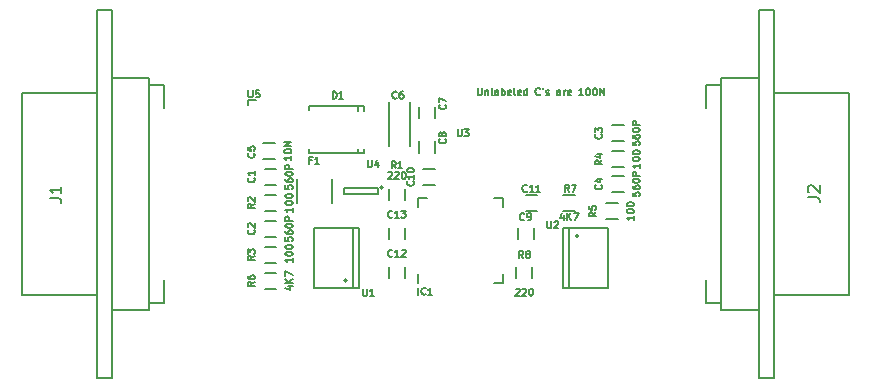
<source format=gto>
G04 #@! TF.FileFunction,Legend,Top*
%FSLAX46Y46*%
G04 Gerber Fmt 4.6, Leading zero omitted, Abs format (unit mm)*
G04 Created by KiCad (PCBNEW (2015-07-11 BZR 5925, Git c291b88)-product) date 8/6/2015 4:30:13 PM*
%MOMM*%
G01*
G04 APERTURE LIST*
%ADD10C,0.100000*%
%ADD11C,0.150000*%
G04 APERTURE END LIST*
D10*
D11*
X88657142Y-96871429D02*
X88657142Y-97357143D01*
X88685714Y-97414286D01*
X88714285Y-97442857D01*
X88771428Y-97471429D01*
X88885714Y-97471429D01*
X88942856Y-97442857D01*
X88971428Y-97414286D01*
X88999999Y-97357143D01*
X88999999Y-96871429D01*
X89285713Y-97071429D02*
X89285713Y-97471429D01*
X89285713Y-97128571D02*
X89314285Y-97100000D01*
X89371427Y-97071429D01*
X89457142Y-97071429D01*
X89514285Y-97100000D01*
X89542856Y-97157143D01*
X89542856Y-97471429D01*
X89914284Y-97471429D02*
X89857142Y-97442857D01*
X89828570Y-97385714D01*
X89828570Y-96871429D01*
X90399999Y-97471429D02*
X90399999Y-97157143D01*
X90371428Y-97100000D01*
X90314285Y-97071429D01*
X90199999Y-97071429D01*
X90142856Y-97100000D01*
X90399999Y-97442857D02*
X90342856Y-97471429D01*
X90199999Y-97471429D01*
X90142856Y-97442857D01*
X90114285Y-97385714D01*
X90114285Y-97328571D01*
X90142856Y-97271429D01*
X90199999Y-97242857D01*
X90342856Y-97242857D01*
X90399999Y-97214286D01*
X90685713Y-97471429D02*
X90685713Y-96871429D01*
X90685713Y-97100000D02*
X90742856Y-97071429D01*
X90857142Y-97071429D01*
X90914285Y-97100000D01*
X90942856Y-97128571D01*
X90971427Y-97185714D01*
X90971427Y-97357143D01*
X90942856Y-97414286D01*
X90914285Y-97442857D01*
X90857142Y-97471429D01*
X90742856Y-97471429D01*
X90685713Y-97442857D01*
X91457142Y-97442857D02*
X91399999Y-97471429D01*
X91285713Y-97471429D01*
X91228570Y-97442857D01*
X91199999Y-97385714D01*
X91199999Y-97157143D01*
X91228570Y-97100000D01*
X91285713Y-97071429D01*
X91399999Y-97071429D01*
X91457142Y-97100000D01*
X91485713Y-97157143D01*
X91485713Y-97214286D01*
X91199999Y-97271429D01*
X91828570Y-97471429D02*
X91771428Y-97442857D01*
X91742856Y-97385714D01*
X91742856Y-96871429D01*
X92285714Y-97442857D02*
X92228571Y-97471429D01*
X92114285Y-97471429D01*
X92057142Y-97442857D01*
X92028571Y-97385714D01*
X92028571Y-97157143D01*
X92057142Y-97100000D01*
X92114285Y-97071429D01*
X92228571Y-97071429D01*
X92285714Y-97100000D01*
X92314285Y-97157143D01*
X92314285Y-97214286D01*
X92028571Y-97271429D01*
X92828571Y-97471429D02*
X92828571Y-96871429D01*
X92828571Y-97442857D02*
X92771428Y-97471429D01*
X92657142Y-97471429D01*
X92600000Y-97442857D01*
X92571428Y-97414286D01*
X92542857Y-97357143D01*
X92542857Y-97185714D01*
X92571428Y-97128571D01*
X92600000Y-97100000D01*
X92657142Y-97071429D01*
X92771428Y-97071429D01*
X92828571Y-97100000D01*
X93914285Y-97414286D02*
X93885714Y-97442857D01*
X93800000Y-97471429D01*
X93742857Y-97471429D01*
X93657142Y-97442857D01*
X93600000Y-97385714D01*
X93571428Y-97328571D01*
X93542857Y-97214286D01*
X93542857Y-97128571D01*
X93571428Y-97014286D01*
X93600000Y-96957143D01*
X93657142Y-96900000D01*
X93742857Y-96871429D01*
X93800000Y-96871429D01*
X93885714Y-96900000D01*
X93914285Y-96928571D01*
X94200000Y-96871429D02*
X94142857Y-96985714D01*
X94428571Y-97442857D02*
X94485714Y-97471429D01*
X94599999Y-97471429D01*
X94657142Y-97442857D01*
X94685714Y-97385714D01*
X94685714Y-97357143D01*
X94657142Y-97300000D01*
X94599999Y-97271429D01*
X94514285Y-97271429D01*
X94457142Y-97242857D01*
X94428571Y-97185714D01*
X94428571Y-97157143D01*
X94457142Y-97100000D01*
X94514285Y-97071429D01*
X94599999Y-97071429D01*
X94657142Y-97100000D01*
X95657142Y-97471429D02*
X95657142Y-97157143D01*
X95628571Y-97100000D01*
X95571428Y-97071429D01*
X95457142Y-97071429D01*
X95399999Y-97100000D01*
X95657142Y-97442857D02*
X95599999Y-97471429D01*
X95457142Y-97471429D01*
X95399999Y-97442857D01*
X95371428Y-97385714D01*
X95371428Y-97328571D01*
X95399999Y-97271429D01*
X95457142Y-97242857D01*
X95599999Y-97242857D01*
X95657142Y-97214286D01*
X95942856Y-97471429D02*
X95942856Y-97071429D01*
X95942856Y-97185714D02*
X95971428Y-97128571D01*
X95999999Y-97100000D01*
X96057142Y-97071429D01*
X96114285Y-97071429D01*
X96542857Y-97442857D02*
X96485714Y-97471429D01*
X96371428Y-97471429D01*
X96314285Y-97442857D01*
X96285714Y-97385714D01*
X96285714Y-97157143D01*
X96314285Y-97100000D01*
X96371428Y-97071429D01*
X96485714Y-97071429D01*
X96542857Y-97100000D01*
X96571428Y-97157143D01*
X96571428Y-97214286D01*
X96285714Y-97271429D01*
X97600000Y-97471429D02*
X97257143Y-97471429D01*
X97428571Y-97471429D02*
X97428571Y-96871429D01*
X97371428Y-96957143D01*
X97314286Y-97014286D01*
X97257143Y-97042857D01*
X97971429Y-96871429D02*
X98028572Y-96871429D01*
X98085715Y-96900000D01*
X98114286Y-96928571D01*
X98142857Y-96985714D01*
X98171429Y-97100000D01*
X98171429Y-97242857D01*
X98142857Y-97357143D01*
X98114286Y-97414286D01*
X98085715Y-97442857D01*
X98028572Y-97471429D01*
X97971429Y-97471429D01*
X97914286Y-97442857D01*
X97885715Y-97414286D01*
X97857143Y-97357143D01*
X97828572Y-97242857D01*
X97828572Y-97100000D01*
X97857143Y-96985714D01*
X97885715Y-96928571D01*
X97914286Y-96900000D01*
X97971429Y-96871429D01*
X98542858Y-96871429D02*
X98600001Y-96871429D01*
X98657144Y-96900000D01*
X98685715Y-96928571D01*
X98714286Y-96985714D01*
X98742858Y-97100000D01*
X98742858Y-97242857D01*
X98714286Y-97357143D01*
X98685715Y-97414286D01*
X98657144Y-97442857D01*
X98600001Y-97471429D01*
X98542858Y-97471429D01*
X98485715Y-97442857D01*
X98457144Y-97414286D01*
X98428572Y-97357143D01*
X98400001Y-97242857D01*
X98400001Y-97100000D01*
X98428572Y-96985714D01*
X98457144Y-96928571D01*
X98485715Y-96900000D01*
X98542858Y-96871429D01*
X99000001Y-97471429D02*
X99000001Y-96871429D01*
X99342858Y-97471429D01*
X99342858Y-96871429D01*
X71600000Y-105075000D02*
X70600000Y-105075000D01*
X70600000Y-103725000D02*
X71600000Y-103725000D01*
X70600000Y-108125000D02*
X71600000Y-108125000D01*
X71600000Y-109475000D02*
X70600000Y-109475000D01*
X100000000Y-100025000D02*
X101000000Y-100025000D01*
X101000000Y-101375000D02*
X100000000Y-101375000D01*
X100000000Y-104325000D02*
X101000000Y-104325000D01*
X101000000Y-105675000D02*
X100000000Y-105675000D01*
X71500000Y-102875000D02*
X70500000Y-102875000D01*
X70500000Y-101525000D02*
X71500000Y-101525000D01*
X81110000Y-101770000D02*
X81110000Y-98070000D01*
X82910000Y-101770000D02*
X82910000Y-98070000D01*
X83715000Y-99460000D02*
X83715000Y-98460000D01*
X85065000Y-98460000D02*
X85065000Y-99460000D01*
X85065000Y-101360000D02*
X85065000Y-102360000D01*
X83715000Y-102360000D02*
X83715000Y-101360000D01*
X93375000Y-108700000D02*
X93375000Y-109700000D01*
X92025000Y-109700000D02*
X92025000Y-108700000D01*
X85000000Y-105075000D02*
X84000000Y-105075000D01*
X84000000Y-103725000D02*
X85000000Y-103725000D01*
X93700000Y-107275000D02*
X92700000Y-107275000D01*
X92700000Y-105925000D02*
X93700000Y-105925000D01*
X82475000Y-112000000D02*
X82475000Y-113000000D01*
X81125000Y-113000000D02*
X81125000Y-112000000D01*
X79006320Y-98600000D02*
X79006320Y-98799800D01*
X78549280Y-98650000D02*
X78549280Y-98799000D01*
X74403840Y-98600000D02*
X74403840Y-98749000D01*
X79001240Y-102200000D02*
X79001240Y-102051000D01*
X78549280Y-102200000D02*
X78549280Y-102051000D01*
X74398760Y-102200000D02*
X74398760Y-102051000D01*
X78549280Y-98451020D02*
X78549280Y-98649140D01*
X78549280Y-102398980D02*
X78549280Y-102200860D01*
X74403840Y-98403560D02*
X74403840Y-98601680D01*
X79006320Y-98403560D02*
X74403840Y-98403560D01*
X79006320Y-98403560D02*
X79006320Y-98601680D01*
X79001240Y-102398980D02*
X79001240Y-102200860D01*
X79001240Y-102398980D02*
X74398760Y-102398980D01*
X74398760Y-102398980D02*
X74398760Y-102200860D01*
X73325000Y-106600000D02*
X73325000Y-104600000D01*
X76275000Y-104600000D02*
X76275000Y-106600000D01*
X83575000Y-106175000D02*
X84350000Y-106175000D01*
X90825000Y-113425000D02*
X90050000Y-113425000D01*
X90825000Y-106175000D02*
X90050000Y-106175000D01*
X83575000Y-113425000D02*
X83575000Y-112650000D01*
X90825000Y-113425000D02*
X90825000Y-112650000D01*
X90825000Y-106175000D02*
X90825000Y-106950000D01*
X83575000Y-106175000D02*
X83575000Y-106950000D01*
X82475000Y-105400000D02*
X82475000Y-106400000D01*
X81125000Y-106400000D02*
X81125000Y-105400000D01*
X71600000Y-107275000D02*
X70600000Y-107275000D01*
X70600000Y-105925000D02*
X71600000Y-105925000D01*
X71600000Y-111675000D02*
X70600000Y-111675000D01*
X70600000Y-110325000D02*
X71600000Y-110325000D01*
X100000000Y-102225000D02*
X101000000Y-102225000D01*
X101000000Y-103575000D02*
X100000000Y-103575000D01*
X99500000Y-106625000D02*
X100500000Y-106625000D01*
X100500000Y-107975000D02*
X99500000Y-107975000D01*
X70600000Y-112525000D02*
X71600000Y-112525000D01*
X71600000Y-113875000D02*
X70600000Y-113875000D01*
X95900000Y-105925000D02*
X96900000Y-105925000D01*
X96900000Y-107275000D02*
X95900000Y-107275000D01*
X91925000Y-113000000D02*
X91925000Y-112000000D01*
X93275000Y-112000000D02*
X93275000Y-113000000D01*
X77589000Y-113205000D02*
G75*
G03X77589000Y-113205000I-127000J0D01*
G01*
X78097000Y-113840000D02*
X78097000Y-108760000D01*
X74795000Y-113840000D02*
X74795000Y-108760000D01*
X78605000Y-113840000D02*
X78605000Y-108760000D01*
X78605000Y-113840000D02*
X74795000Y-113840000D01*
X78605000Y-108760000D02*
X74795000Y-108760000D01*
X97165000Y-109395000D02*
G75*
G03X97165000Y-109395000I-127000J0D01*
G01*
X96403000Y-108760000D02*
X96403000Y-113840000D01*
X99705000Y-108760000D02*
X99705000Y-113840000D01*
X95895000Y-108760000D02*
X95895000Y-113840000D01*
X95895000Y-108760000D02*
X99705000Y-108760000D01*
X95895000Y-113840000D02*
X99705000Y-113840000D01*
X80600000Y-105300000D02*
G75*
G03X80600000Y-105300000I-100000J0D01*
G01*
X80250000Y-105850000D02*
X80250000Y-105350000D01*
X77350000Y-105850000D02*
X80250000Y-105850000D01*
X77350000Y-105350000D02*
X77350000Y-105850000D01*
X80250000Y-105350000D02*
X77350000Y-105350000D01*
X69839220Y-97869040D02*
X69229620Y-97869040D01*
X69229620Y-97869040D02*
X69219460Y-98300840D01*
X81125000Y-109700000D02*
X81125000Y-108700000D01*
X82475000Y-108700000D02*
X82475000Y-109700000D01*
X50035000Y-114409000D02*
X50035000Y-97264000D01*
X60830000Y-96629000D02*
X60830000Y-115044000D01*
X60830000Y-95994000D02*
X60830000Y-96629000D01*
X57655000Y-95994000D02*
X57655000Y-115679000D01*
X57655000Y-90279000D02*
X57655000Y-95994000D01*
X56385000Y-121394000D02*
X56385000Y-90279000D01*
X56385000Y-97264000D02*
X50035000Y-97264000D01*
X57655000Y-90279000D02*
X56385000Y-90279000D01*
X60830000Y-95994000D02*
X57655000Y-95994000D01*
X62100000Y-98534000D02*
X62100000Y-96629000D01*
X62100000Y-96629000D02*
X60830000Y-96629000D01*
X56385000Y-114409000D02*
X50035000Y-114409000D01*
X57655000Y-115679000D02*
X57655000Y-121394000D01*
X57655000Y-121394000D02*
X56385000Y-121394000D01*
X60830000Y-115044000D02*
X60830000Y-115679000D01*
X60830000Y-115679000D02*
X57655000Y-115679000D01*
X62100000Y-113139000D02*
X62100000Y-115044000D01*
X62100000Y-115044000D02*
X60830000Y-115044000D01*
X120065000Y-97291000D02*
X120065000Y-114436000D01*
X109270000Y-115071000D02*
X109270000Y-96656000D01*
X109270000Y-115706000D02*
X109270000Y-115071000D01*
X112445000Y-115706000D02*
X112445000Y-96021000D01*
X112445000Y-121421000D02*
X112445000Y-115706000D01*
X113715000Y-90306000D02*
X113715000Y-121421000D01*
X113715000Y-114436000D02*
X120065000Y-114436000D01*
X112445000Y-121421000D02*
X113715000Y-121421000D01*
X109270000Y-115706000D02*
X112445000Y-115706000D01*
X108000000Y-113166000D02*
X108000000Y-115071000D01*
X108000000Y-115071000D02*
X109270000Y-115071000D01*
X113715000Y-97291000D02*
X120065000Y-97291000D01*
X112445000Y-96021000D02*
X112445000Y-90306000D01*
X112445000Y-90306000D02*
X113715000Y-90306000D01*
X109270000Y-96656000D02*
X109270000Y-96021000D01*
X109270000Y-96021000D02*
X112445000Y-96021000D01*
X108000000Y-98561000D02*
X108000000Y-96656000D01*
X108000000Y-96656000D02*
X109270000Y-96656000D01*
X69714286Y-104500000D02*
X69742857Y-104528571D01*
X69771429Y-104614285D01*
X69771429Y-104671428D01*
X69742857Y-104757143D01*
X69685714Y-104814285D01*
X69628571Y-104842857D01*
X69514286Y-104871428D01*
X69428571Y-104871428D01*
X69314286Y-104842857D01*
X69257143Y-104814285D01*
X69200000Y-104757143D01*
X69171429Y-104671428D01*
X69171429Y-104614285D01*
X69200000Y-104528571D01*
X69228571Y-104500000D01*
X69771429Y-103928571D02*
X69771429Y-104271428D01*
X69771429Y-104100000D02*
X69171429Y-104100000D01*
X69257143Y-104157143D01*
X69314286Y-104214285D01*
X69342857Y-104271428D01*
X72371429Y-105128572D02*
X72371429Y-105414286D01*
X72657143Y-105442857D01*
X72628571Y-105414286D01*
X72600000Y-105357143D01*
X72600000Y-105214286D01*
X72628571Y-105157143D01*
X72657143Y-105128572D01*
X72714286Y-105100000D01*
X72857143Y-105100000D01*
X72914286Y-105128572D01*
X72942857Y-105157143D01*
X72971429Y-105214286D01*
X72971429Y-105357143D01*
X72942857Y-105414286D01*
X72914286Y-105442857D01*
X72371429Y-104585714D02*
X72371429Y-104700000D01*
X72400000Y-104757143D01*
X72428571Y-104785714D01*
X72514286Y-104842857D01*
X72628571Y-104871428D01*
X72857143Y-104871428D01*
X72914286Y-104842857D01*
X72942857Y-104814285D01*
X72971429Y-104757143D01*
X72971429Y-104642857D01*
X72942857Y-104585714D01*
X72914286Y-104557143D01*
X72857143Y-104528571D01*
X72714286Y-104528571D01*
X72657143Y-104557143D01*
X72628571Y-104585714D01*
X72600000Y-104642857D01*
X72600000Y-104757143D01*
X72628571Y-104814285D01*
X72657143Y-104842857D01*
X72714286Y-104871428D01*
X72371429Y-104157142D02*
X72371429Y-104099999D01*
X72400000Y-104042856D01*
X72428571Y-104014285D01*
X72485714Y-103985714D01*
X72600000Y-103957142D01*
X72742857Y-103957142D01*
X72857143Y-103985714D01*
X72914286Y-104014285D01*
X72942857Y-104042856D01*
X72971429Y-104099999D01*
X72971429Y-104157142D01*
X72942857Y-104214285D01*
X72914286Y-104242856D01*
X72857143Y-104271428D01*
X72742857Y-104299999D01*
X72600000Y-104299999D01*
X72485714Y-104271428D01*
X72428571Y-104242856D01*
X72400000Y-104214285D01*
X72371429Y-104157142D01*
X72971429Y-103699999D02*
X72371429Y-103699999D01*
X72371429Y-103471427D01*
X72400000Y-103414285D01*
X72428571Y-103385713D01*
X72485714Y-103357142D01*
X72571429Y-103357142D01*
X72628571Y-103385713D01*
X72657143Y-103414285D01*
X72685714Y-103471427D01*
X72685714Y-103699999D01*
X69714286Y-108900000D02*
X69742857Y-108928571D01*
X69771429Y-109014285D01*
X69771429Y-109071428D01*
X69742857Y-109157143D01*
X69685714Y-109214285D01*
X69628571Y-109242857D01*
X69514286Y-109271428D01*
X69428571Y-109271428D01*
X69314286Y-109242857D01*
X69257143Y-109214285D01*
X69200000Y-109157143D01*
X69171429Y-109071428D01*
X69171429Y-109014285D01*
X69200000Y-108928571D01*
X69228571Y-108900000D01*
X69228571Y-108671428D02*
X69200000Y-108642857D01*
X69171429Y-108585714D01*
X69171429Y-108442857D01*
X69200000Y-108385714D01*
X69228571Y-108357143D01*
X69285714Y-108328571D01*
X69342857Y-108328571D01*
X69428571Y-108357143D01*
X69771429Y-108700000D01*
X69771429Y-108328571D01*
X72371429Y-109528572D02*
X72371429Y-109814286D01*
X72657143Y-109842857D01*
X72628571Y-109814286D01*
X72600000Y-109757143D01*
X72600000Y-109614286D01*
X72628571Y-109557143D01*
X72657143Y-109528572D01*
X72714286Y-109500000D01*
X72857143Y-109500000D01*
X72914286Y-109528572D01*
X72942857Y-109557143D01*
X72971429Y-109614286D01*
X72971429Y-109757143D01*
X72942857Y-109814286D01*
X72914286Y-109842857D01*
X72371429Y-108985714D02*
X72371429Y-109100000D01*
X72400000Y-109157143D01*
X72428571Y-109185714D01*
X72514286Y-109242857D01*
X72628571Y-109271428D01*
X72857143Y-109271428D01*
X72914286Y-109242857D01*
X72942857Y-109214285D01*
X72971429Y-109157143D01*
X72971429Y-109042857D01*
X72942857Y-108985714D01*
X72914286Y-108957143D01*
X72857143Y-108928571D01*
X72714286Y-108928571D01*
X72657143Y-108957143D01*
X72628571Y-108985714D01*
X72600000Y-109042857D01*
X72600000Y-109157143D01*
X72628571Y-109214285D01*
X72657143Y-109242857D01*
X72714286Y-109271428D01*
X72371429Y-108557142D02*
X72371429Y-108499999D01*
X72400000Y-108442856D01*
X72428571Y-108414285D01*
X72485714Y-108385714D01*
X72600000Y-108357142D01*
X72742857Y-108357142D01*
X72857143Y-108385714D01*
X72914286Y-108414285D01*
X72942857Y-108442856D01*
X72971429Y-108499999D01*
X72971429Y-108557142D01*
X72942857Y-108614285D01*
X72914286Y-108642856D01*
X72857143Y-108671428D01*
X72742857Y-108699999D01*
X72600000Y-108699999D01*
X72485714Y-108671428D01*
X72428571Y-108642856D01*
X72400000Y-108614285D01*
X72371429Y-108557142D01*
X72971429Y-108099999D02*
X72371429Y-108099999D01*
X72371429Y-107871427D01*
X72400000Y-107814285D01*
X72428571Y-107785713D01*
X72485714Y-107757142D01*
X72571429Y-107757142D01*
X72628571Y-107785713D01*
X72657143Y-107814285D01*
X72685714Y-107871427D01*
X72685714Y-108099999D01*
X99114286Y-100800000D02*
X99142857Y-100828571D01*
X99171429Y-100914285D01*
X99171429Y-100971428D01*
X99142857Y-101057143D01*
X99085714Y-101114285D01*
X99028571Y-101142857D01*
X98914286Y-101171428D01*
X98828571Y-101171428D01*
X98714286Y-101142857D01*
X98657143Y-101114285D01*
X98600000Y-101057143D01*
X98571429Y-100971428D01*
X98571429Y-100914285D01*
X98600000Y-100828571D01*
X98628571Y-100800000D01*
X98571429Y-100600000D02*
X98571429Y-100228571D01*
X98800000Y-100428571D01*
X98800000Y-100342857D01*
X98828571Y-100285714D01*
X98857143Y-100257143D01*
X98914286Y-100228571D01*
X99057143Y-100228571D01*
X99114286Y-100257143D01*
X99142857Y-100285714D01*
X99171429Y-100342857D01*
X99171429Y-100514285D01*
X99142857Y-100571428D01*
X99114286Y-100600000D01*
X101771429Y-101428572D02*
X101771429Y-101714286D01*
X102057143Y-101742857D01*
X102028571Y-101714286D01*
X102000000Y-101657143D01*
X102000000Y-101514286D01*
X102028571Y-101457143D01*
X102057143Y-101428572D01*
X102114286Y-101400000D01*
X102257143Y-101400000D01*
X102314286Y-101428572D01*
X102342857Y-101457143D01*
X102371429Y-101514286D01*
X102371429Y-101657143D01*
X102342857Y-101714286D01*
X102314286Y-101742857D01*
X101771429Y-100885714D02*
X101771429Y-101000000D01*
X101800000Y-101057143D01*
X101828571Y-101085714D01*
X101914286Y-101142857D01*
X102028571Y-101171428D01*
X102257143Y-101171428D01*
X102314286Y-101142857D01*
X102342857Y-101114285D01*
X102371429Y-101057143D01*
X102371429Y-100942857D01*
X102342857Y-100885714D01*
X102314286Y-100857143D01*
X102257143Y-100828571D01*
X102114286Y-100828571D01*
X102057143Y-100857143D01*
X102028571Y-100885714D01*
X102000000Y-100942857D01*
X102000000Y-101057143D01*
X102028571Y-101114285D01*
X102057143Y-101142857D01*
X102114286Y-101171428D01*
X101771429Y-100457142D02*
X101771429Y-100399999D01*
X101800000Y-100342856D01*
X101828571Y-100314285D01*
X101885714Y-100285714D01*
X102000000Y-100257142D01*
X102142857Y-100257142D01*
X102257143Y-100285714D01*
X102314286Y-100314285D01*
X102342857Y-100342856D01*
X102371429Y-100399999D01*
X102371429Y-100457142D01*
X102342857Y-100514285D01*
X102314286Y-100542856D01*
X102257143Y-100571428D01*
X102142857Y-100599999D01*
X102000000Y-100599999D01*
X101885714Y-100571428D01*
X101828571Y-100542856D01*
X101800000Y-100514285D01*
X101771429Y-100457142D01*
X102371429Y-99999999D02*
X101771429Y-99999999D01*
X101771429Y-99771427D01*
X101800000Y-99714285D01*
X101828571Y-99685713D01*
X101885714Y-99657142D01*
X101971429Y-99657142D01*
X102028571Y-99685713D01*
X102057143Y-99714285D01*
X102085714Y-99771427D01*
X102085714Y-99999999D01*
X99114286Y-105100000D02*
X99142857Y-105128571D01*
X99171429Y-105214285D01*
X99171429Y-105271428D01*
X99142857Y-105357143D01*
X99085714Y-105414285D01*
X99028571Y-105442857D01*
X98914286Y-105471428D01*
X98828571Y-105471428D01*
X98714286Y-105442857D01*
X98657143Y-105414285D01*
X98600000Y-105357143D01*
X98571429Y-105271428D01*
X98571429Y-105214285D01*
X98600000Y-105128571D01*
X98628571Y-105100000D01*
X98771429Y-104585714D02*
X99171429Y-104585714D01*
X98542857Y-104728571D02*
X98971429Y-104871428D01*
X98971429Y-104500000D01*
X101771429Y-105728572D02*
X101771429Y-106014286D01*
X102057143Y-106042857D01*
X102028571Y-106014286D01*
X102000000Y-105957143D01*
X102000000Y-105814286D01*
X102028571Y-105757143D01*
X102057143Y-105728572D01*
X102114286Y-105700000D01*
X102257143Y-105700000D01*
X102314286Y-105728572D01*
X102342857Y-105757143D01*
X102371429Y-105814286D01*
X102371429Y-105957143D01*
X102342857Y-106014286D01*
X102314286Y-106042857D01*
X101771429Y-105185714D02*
X101771429Y-105300000D01*
X101800000Y-105357143D01*
X101828571Y-105385714D01*
X101914286Y-105442857D01*
X102028571Y-105471428D01*
X102257143Y-105471428D01*
X102314286Y-105442857D01*
X102342857Y-105414285D01*
X102371429Y-105357143D01*
X102371429Y-105242857D01*
X102342857Y-105185714D01*
X102314286Y-105157143D01*
X102257143Y-105128571D01*
X102114286Y-105128571D01*
X102057143Y-105157143D01*
X102028571Y-105185714D01*
X102000000Y-105242857D01*
X102000000Y-105357143D01*
X102028571Y-105414285D01*
X102057143Y-105442857D01*
X102114286Y-105471428D01*
X101771429Y-104757142D02*
X101771429Y-104699999D01*
X101800000Y-104642856D01*
X101828571Y-104614285D01*
X101885714Y-104585714D01*
X102000000Y-104557142D01*
X102142857Y-104557142D01*
X102257143Y-104585714D01*
X102314286Y-104614285D01*
X102342857Y-104642856D01*
X102371429Y-104699999D01*
X102371429Y-104757142D01*
X102342857Y-104814285D01*
X102314286Y-104842856D01*
X102257143Y-104871428D01*
X102142857Y-104899999D01*
X102000000Y-104899999D01*
X101885714Y-104871428D01*
X101828571Y-104842856D01*
X101800000Y-104814285D01*
X101771429Y-104757142D01*
X102371429Y-104299999D02*
X101771429Y-104299999D01*
X101771429Y-104071427D01*
X101800000Y-104014285D01*
X101828571Y-103985713D01*
X101885714Y-103957142D01*
X101971429Y-103957142D01*
X102028571Y-103985713D01*
X102057143Y-104014285D01*
X102085714Y-104071427D01*
X102085714Y-104299999D01*
X69714286Y-102400000D02*
X69742857Y-102428571D01*
X69771429Y-102514285D01*
X69771429Y-102571428D01*
X69742857Y-102657143D01*
X69685714Y-102714285D01*
X69628571Y-102742857D01*
X69514286Y-102771428D01*
X69428571Y-102771428D01*
X69314286Y-102742857D01*
X69257143Y-102714285D01*
X69200000Y-102657143D01*
X69171429Y-102571428D01*
X69171429Y-102514285D01*
X69200000Y-102428571D01*
X69228571Y-102400000D01*
X69171429Y-101857143D02*
X69171429Y-102142857D01*
X69457143Y-102171428D01*
X69428571Y-102142857D01*
X69400000Y-102085714D01*
X69400000Y-101942857D01*
X69428571Y-101885714D01*
X69457143Y-101857143D01*
X69514286Y-101828571D01*
X69657143Y-101828571D01*
X69714286Y-101857143D01*
X69742857Y-101885714D01*
X69771429Y-101942857D01*
X69771429Y-102085714D01*
X69742857Y-102142857D01*
X69714286Y-102171428D01*
X72871429Y-102628571D02*
X72871429Y-102971428D01*
X72871429Y-102800000D02*
X72271429Y-102800000D01*
X72357143Y-102857143D01*
X72414286Y-102914285D01*
X72442857Y-102971428D01*
X72271429Y-102257142D02*
X72271429Y-102199999D01*
X72300000Y-102142856D01*
X72328571Y-102114285D01*
X72385714Y-102085714D01*
X72500000Y-102057142D01*
X72642857Y-102057142D01*
X72757143Y-102085714D01*
X72814286Y-102114285D01*
X72842857Y-102142856D01*
X72871429Y-102199999D01*
X72871429Y-102257142D01*
X72842857Y-102314285D01*
X72814286Y-102342856D01*
X72757143Y-102371428D01*
X72642857Y-102399999D01*
X72500000Y-102399999D01*
X72385714Y-102371428D01*
X72328571Y-102342856D01*
X72300000Y-102314285D01*
X72271429Y-102257142D01*
X72871429Y-101799999D02*
X72271429Y-101799999D01*
X72871429Y-101457142D01*
X72271429Y-101457142D01*
X81800000Y-97714286D02*
X81771429Y-97742857D01*
X81685715Y-97771429D01*
X81628572Y-97771429D01*
X81542857Y-97742857D01*
X81485715Y-97685714D01*
X81457143Y-97628571D01*
X81428572Y-97514286D01*
X81428572Y-97428571D01*
X81457143Y-97314286D01*
X81485715Y-97257143D01*
X81542857Y-97200000D01*
X81628572Y-97171429D01*
X81685715Y-97171429D01*
X81771429Y-97200000D01*
X81800000Y-97228571D01*
X82314286Y-97171429D02*
X82200000Y-97171429D01*
X82142857Y-97200000D01*
X82114286Y-97228571D01*
X82057143Y-97314286D01*
X82028572Y-97428571D01*
X82028572Y-97657143D01*
X82057143Y-97714286D01*
X82085715Y-97742857D01*
X82142857Y-97771429D01*
X82257143Y-97771429D01*
X82314286Y-97742857D01*
X82342857Y-97714286D01*
X82371429Y-97657143D01*
X82371429Y-97514286D01*
X82342857Y-97457143D01*
X82314286Y-97428571D01*
X82257143Y-97400000D01*
X82142857Y-97400000D01*
X82085715Y-97428571D01*
X82057143Y-97457143D01*
X82028572Y-97514286D01*
X85914286Y-98300000D02*
X85942857Y-98328571D01*
X85971429Y-98414285D01*
X85971429Y-98471428D01*
X85942857Y-98557143D01*
X85885714Y-98614285D01*
X85828571Y-98642857D01*
X85714286Y-98671428D01*
X85628571Y-98671428D01*
X85514286Y-98642857D01*
X85457143Y-98614285D01*
X85400000Y-98557143D01*
X85371429Y-98471428D01*
X85371429Y-98414285D01*
X85400000Y-98328571D01*
X85428571Y-98300000D01*
X85371429Y-98100000D02*
X85371429Y-97700000D01*
X85971429Y-97957143D01*
X85914286Y-101200000D02*
X85942857Y-101228571D01*
X85971429Y-101314285D01*
X85971429Y-101371428D01*
X85942857Y-101457143D01*
X85885714Y-101514285D01*
X85828571Y-101542857D01*
X85714286Y-101571428D01*
X85628571Y-101571428D01*
X85514286Y-101542857D01*
X85457143Y-101514285D01*
X85400000Y-101457143D01*
X85371429Y-101371428D01*
X85371429Y-101314285D01*
X85400000Y-101228571D01*
X85428571Y-101200000D01*
X85628571Y-100857143D02*
X85600000Y-100914285D01*
X85571429Y-100942857D01*
X85514286Y-100971428D01*
X85485714Y-100971428D01*
X85428571Y-100942857D01*
X85400000Y-100914285D01*
X85371429Y-100857143D01*
X85371429Y-100742857D01*
X85400000Y-100685714D01*
X85428571Y-100657143D01*
X85485714Y-100628571D01*
X85514286Y-100628571D01*
X85571429Y-100657143D01*
X85600000Y-100685714D01*
X85628571Y-100742857D01*
X85628571Y-100857143D01*
X85657143Y-100914285D01*
X85685714Y-100942857D01*
X85742857Y-100971428D01*
X85857143Y-100971428D01*
X85914286Y-100942857D01*
X85942857Y-100914285D01*
X85971429Y-100857143D01*
X85971429Y-100742857D01*
X85942857Y-100685714D01*
X85914286Y-100657143D01*
X85857143Y-100628571D01*
X85742857Y-100628571D01*
X85685714Y-100657143D01*
X85657143Y-100685714D01*
X85628571Y-100742857D01*
X92600000Y-108014286D02*
X92571429Y-108042857D01*
X92485715Y-108071429D01*
X92428572Y-108071429D01*
X92342857Y-108042857D01*
X92285715Y-107985714D01*
X92257143Y-107928571D01*
X92228572Y-107814286D01*
X92228572Y-107728571D01*
X92257143Y-107614286D01*
X92285715Y-107557143D01*
X92342857Y-107500000D01*
X92428572Y-107471429D01*
X92485715Y-107471429D01*
X92571429Y-107500000D01*
X92600000Y-107528571D01*
X92885715Y-108071429D02*
X93000000Y-108071429D01*
X93057143Y-108042857D01*
X93085715Y-108014286D01*
X93142857Y-107928571D01*
X93171429Y-107814286D01*
X93171429Y-107585714D01*
X93142857Y-107528571D01*
X93114286Y-107500000D01*
X93057143Y-107471429D01*
X92942857Y-107471429D01*
X92885715Y-107500000D01*
X92857143Y-107528571D01*
X92828572Y-107585714D01*
X92828572Y-107728571D01*
X92857143Y-107785714D01*
X92885715Y-107814286D01*
X92942857Y-107842857D01*
X93057143Y-107842857D01*
X93114286Y-107814286D01*
X93142857Y-107785714D01*
X93171429Y-107728571D01*
X83214286Y-104785715D02*
X83242857Y-104814286D01*
X83271429Y-104900000D01*
X83271429Y-104957143D01*
X83242857Y-105042858D01*
X83185714Y-105100000D01*
X83128571Y-105128572D01*
X83014286Y-105157143D01*
X82928571Y-105157143D01*
X82814286Y-105128572D01*
X82757143Y-105100000D01*
X82700000Y-105042858D01*
X82671429Y-104957143D01*
X82671429Y-104900000D01*
X82700000Y-104814286D01*
X82728571Y-104785715D01*
X83271429Y-104214286D02*
X83271429Y-104557143D01*
X83271429Y-104385715D02*
X82671429Y-104385715D01*
X82757143Y-104442858D01*
X82814286Y-104500000D01*
X82842857Y-104557143D01*
X82671429Y-103842857D02*
X82671429Y-103785714D01*
X82700000Y-103728571D01*
X82728571Y-103700000D01*
X82785714Y-103671429D01*
X82900000Y-103642857D01*
X83042857Y-103642857D01*
X83157143Y-103671429D01*
X83214286Y-103700000D01*
X83242857Y-103728571D01*
X83271429Y-103785714D01*
X83271429Y-103842857D01*
X83242857Y-103900000D01*
X83214286Y-103928571D01*
X83157143Y-103957143D01*
X83042857Y-103985714D01*
X82900000Y-103985714D01*
X82785714Y-103957143D01*
X82728571Y-103928571D01*
X82700000Y-103900000D01*
X82671429Y-103842857D01*
X92814285Y-105614286D02*
X92785714Y-105642857D01*
X92700000Y-105671429D01*
X92642857Y-105671429D01*
X92557142Y-105642857D01*
X92500000Y-105585714D01*
X92471428Y-105528571D01*
X92442857Y-105414286D01*
X92442857Y-105328571D01*
X92471428Y-105214286D01*
X92500000Y-105157143D01*
X92557142Y-105100000D01*
X92642857Y-105071429D01*
X92700000Y-105071429D01*
X92785714Y-105100000D01*
X92814285Y-105128571D01*
X93385714Y-105671429D02*
X93042857Y-105671429D01*
X93214285Y-105671429D02*
X93214285Y-105071429D01*
X93157142Y-105157143D01*
X93100000Y-105214286D01*
X93042857Y-105242857D01*
X93957143Y-105671429D02*
X93614286Y-105671429D01*
X93785714Y-105671429D02*
X93785714Y-105071429D01*
X93728571Y-105157143D01*
X93671429Y-105214286D01*
X93614286Y-105242857D01*
X81414285Y-111114286D02*
X81385714Y-111142857D01*
X81300000Y-111171429D01*
X81242857Y-111171429D01*
X81157142Y-111142857D01*
X81100000Y-111085714D01*
X81071428Y-111028571D01*
X81042857Y-110914286D01*
X81042857Y-110828571D01*
X81071428Y-110714286D01*
X81100000Y-110657143D01*
X81157142Y-110600000D01*
X81242857Y-110571429D01*
X81300000Y-110571429D01*
X81385714Y-110600000D01*
X81414285Y-110628571D01*
X81985714Y-111171429D02*
X81642857Y-111171429D01*
X81814285Y-111171429D02*
X81814285Y-110571429D01*
X81757142Y-110657143D01*
X81700000Y-110714286D01*
X81642857Y-110742857D01*
X82214286Y-110628571D02*
X82242857Y-110600000D01*
X82300000Y-110571429D01*
X82442857Y-110571429D01*
X82500000Y-110600000D01*
X82528571Y-110628571D01*
X82557143Y-110685714D01*
X82557143Y-110742857D01*
X82528571Y-110828571D01*
X82185714Y-111171429D01*
X82557143Y-111171429D01*
X76357143Y-97771429D02*
X76357143Y-97171429D01*
X76500000Y-97171429D01*
X76585715Y-97200000D01*
X76642857Y-97257143D01*
X76671429Y-97314286D01*
X76700000Y-97428571D01*
X76700000Y-97514286D01*
X76671429Y-97628571D01*
X76642857Y-97685714D01*
X76585715Y-97742857D01*
X76500000Y-97771429D01*
X76357143Y-97771429D01*
X77271429Y-97771429D02*
X76928572Y-97771429D01*
X77100000Y-97771429D02*
X77100000Y-97171429D01*
X77042857Y-97257143D01*
X76985715Y-97314286D01*
X76928572Y-97342857D01*
X74600000Y-103017143D02*
X74400000Y-103017143D01*
X74400000Y-103331429D02*
X74400000Y-102731429D01*
X74685714Y-102731429D01*
X75228572Y-103331429D02*
X74885715Y-103331429D01*
X75057143Y-103331429D02*
X75057143Y-102731429D01*
X75000000Y-102817143D01*
X74942858Y-102874286D01*
X74885715Y-102902857D01*
X83614286Y-114371429D02*
X83614286Y-113771429D01*
X84242857Y-114314286D02*
X84214286Y-114342857D01*
X84128572Y-114371429D01*
X84071429Y-114371429D01*
X83985714Y-114342857D01*
X83928572Y-114285714D01*
X83900000Y-114228571D01*
X83871429Y-114114286D01*
X83871429Y-114028571D01*
X83900000Y-113914286D01*
X83928572Y-113857143D01*
X83985714Y-113800000D01*
X84071429Y-113771429D01*
X84128572Y-113771429D01*
X84214286Y-113800000D01*
X84242857Y-113828571D01*
X84814286Y-114371429D02*
X84471429Y-114371429D01*
X84642857Y-114371429D02*
X84642857Y-113771429D01*
X84585714Y-113857143D01*
X84528572Y-113914286D01*
X84471429Y-113942857D01*
X81700000Y-103671429D02*
X81500000Y-103385714D01*
X81357143Y-103671429D02*
X81357143Y-103071429D01*
X81585715Y-103071429D01*
X81642857Y-103100000D01*
X81671429Y-103128571D01*
X81700000Y-103185714D01*
X81700000Y-103271429D01*
X81671429Y-103328571D01*
X81642857Y-103357143D01*
X81585715Y-103385714D01*
X81357143Y-103385714D01*
X82271429Y-103671429D02*
X81928572Y-103671429D01*
X82100000Y-103671429D02*
X82100000Y-103071429D01*
X82042857Y-103157143D01*
X81985715Y-103214286D01*
X81928572Y-103242857D01*
X81057143Y-104028571D02*
X81085714Y-104000000D01*
X81142857Y-103971429D01*
X81285714Y-103971429D01*
X81342857Y-104000000D01*
X81371428Y-104028571D01*
X81400000Y-104085714D01*
X81400000Y-104142857D01*
X81371428Y-104228571D01*
X81028571Y-104571429D01*
X81400000Y-104571429D01*
X81628572Y-104028571D02*
X81657143Y-104000000D01*
X81714286Y-103971429D01*
X81857143Y-103971429D01*
X81914286Y-104000000D01*
X81942857Y-104028571D01*
X81971429Y-104085714D01*
X81971429Y-104142857D01*
X81942857Y-104228571D01*
X81600000Y-104571429D01*
X81971429Y-104571429D01*
X82342858Y-103971429D02*
X82400001Y-103971429D01*
X82457144Y-104000000D01*
X82485715Y-104028571D01*
X82514286Y-104085714D01*
X82542858Y-104200000D01*
X82542858Y-104342857D01*
X82514286Y-104457143D01*
X82485715Y-104514286D01*
X82457144Y-104542857D01*
X82400001Y-104571429D01*
X82342858Y-104571429D01*
X82285715Y-104542857D01*
X82257144Y-104514286D01*
X82228572Y-104457143D01*
X82200001Y-104342857D01*
X82200001Y-104200000D01*
X82228572Y-104085714D01*
X82257144Y-104028571D01*
X82285715Y-104000000D01*
X82342858Y-103971429D01*
X69771429Y-106700000D02*
X69485714Y-106900000D01*
X69771429Y-107042857D02*
X69171429Y-107042857D01*
X69171429Y-106814285D01*
X69200000Y-106757143D01*
X69228571Y-106728571D01*
X69285714Y-106700000D01*
X69371429Y-106700000D01*
X69428571Y-106728571D01*
X69457143Y-106757143D01*
X69485714Y-106814285D01*
X69485714Y-107042857D01*
X69228571Y-106471428D02*
X69200000Y-106442857D01*
X69171429Y-106385714D01*
X69171429Y-106242857D01*
X69200000Y-106185714D01*
X69228571Y-106157143D01*
X69285714Y-106128571D01*
X69342857Y-106128571D01*
X69428571Y-106157143D01*
X69771429Y-106500000D01*
X69771429Y-106128571D01*
X72971429Y-107000000D02*
X72971429Y-107342857D01*
X72971429Y-107171429D02*
X72371429Y-107171429D01*
X72457143Y-107228572D01*
X72514286Y-107285714D01*
X72542857Y-107342857D01*
X72371429Y-106628571D02*
X72371429Y-106571428D01*
X72400000Y-106514285D01*
X72428571Y-106485714D01*
X72485714Y-106457143D01*
X72600000Y-106428571D01*
X72742857Y-106428571D01*
X72857143Y-106457143D01*
X72914286Y-106485714D01*
X72942857Y-106514285D01*
X72971429Y-106571428D01*
X72971429Y-106628571D01*
X72942857Y-106685714D01*
X72914286Y-106714285D01*
X72857143Y-106742857D01*
X72742857Y-106771428D01*
X72600000Y-106771428D01*
X72485714Y-106742857D01*
X72428571Y-106714285D01*
X72400000Y-106685714D01*
X72371429Y-106628571D01*
X72371429Y-106057142D02*
X72371429Y-105999999D01*
X72400000Y-105942856D01*
X72428571Y-105914285D01*
X72485714Y-105885714D01*
X72600000Y-105857142D01*
X72742857Y-105857142D01*
X72857143Y-105885714D01*
X72914286Y-105914285D01*
X72942857Y-105942856D01*
X72971429Y-105999999D01*
X72971429Y-106057142D01*
X72942857Y-106114285D01*
X72914286Y-106142856D01*
X72857143Y-106171428D01*
X72742857Y-106199999D01*
X72600000Y-106199999D01*
X72485714Y-106171428D01*
X72428571Y-106142856D01*
X72400000Y-106114285D01*
X72371429Y-106057142D01*
X69771429Y-111100000D02*
X69485714Y-111300000D01*
X69771429Y-111442857D02*
X69171429Y-111442857D01*
X69171429Y-111214285D01*
X69200000Y-111157143D01*
X69228571Y-111128571D01*
X69285714Y-111100000D01*
X69371429Y-111100000D01*
X69428571Y-111128571D01*
X69457143Y-111157143D01*
X69485714Y-111214285D01*
X69485714Y-111442857D01*
X69171429Y-110900000D02*
X69171429Y-110528571D01*
X69400000Y-110728571D01*
X69400000Y-110642857D01*
X69428571Y-110585714D01*
X69457143Y-110557143D01*
X69514286Y-110528571D01*
X69657143Y-110528571D01*
X69714286Y-110557143D01*
X69742857Y-110585714D01*
X69771429Y-110642857D01*
X69771429Y-110814285D01*
X69742857Y-110871428D01*
X69714286Y-110900000D01*
X72971429Y-111300000D02*
X72971429Y-111642857D01*
X72971429Y-111471429D02*
X72371429Y-111471429D01*
X72457143Y-111528572D01*
X72514286Y-111585714D01*
X72542857Y-111642857D01*
X72371429Y-110928571D02*
X72371429Y-110871428D01*
X72400000Y-110814285D01*
X72428571Y-110785714D01*
X72485714Y-110757143D01*
X72600000Y-110728571D01*
X72742857Y-110728571D01*
X72857143Y-110757143D01*
X72914286Y-110785714D01*
X72942857Y-110814285D01*
X72971429Y-110871428D01*
X72971429Y-110928571D01*
X72942857Y-110985714D01*
X72914286Y-111014285D01*
X72857143Y-111042857D01*
X72742857Y-111071428D01*
X72600000Y-111071428D01*
X72485714Y-111042857D01*
X72428571Y-111014285D01*
X72400000Y-110985714D01*
X72371429Y-110928571D01*
X72371429Y-110357142D02*
X72371429Y-110299999D01*
X72400000Y-110242856D01*
X72428571Y-110214285D01*
X72485714Y-110185714D01*
X72600000Y-110157142D01*
X72742857Y-110157142D01*
X72857143Y-110185714D01*
X72914286Y-110214285D01*
X72942857Y-110242856D01*
X72971429Y-110299999D01*
X72971429Y-110357142D01*
X72942857Y-110414285D01*
X72914286Y-110442856D01*
X72857143Y-110471428D01*
X72742857Y-110499999D01*
X72600000Y-110499999D01*
X72485714Y-110471428D01*
X72428571Y-110442856D01*
X72400000Y-110414285D01*
X72371429Y-110357142D01*
X99171429Y-103000000D02*
X98885714Y-103200000D01*
X99171429Y-103342857D02*
X98571429Y-103342857D01*
X98571429Y-103114285D01*
X98600000Y-103057143D01*
X98628571Y-103028571D01*
X98685714Y-103000000D01*
X98771429Y-103000000D01*
X98828571Y-103028571D01*
X98857143Y-103057143D01*
X98885714Y-103114285D01*
X98885714Y-103342857D01*
X98771429Y-102485714D02*
X99171429Y-102485714D01*
X98542857Y-102628571D02*
X98971429Y-102771428D01*
X98971429Y-102400000D01*
X102371429Y-103300000D02*
X102371429Y-103642857D01*
X102371429Y-103471429D02*
X101771429Y-103471429D01*
X101857143Y-103528572D01*
X101914286Y-103585714D01*
X101942857Y-103642857D01*
X101771429Y-102928571D02*
X101771429Y-102871428D01*
X101800000Y-102814285D01*
X101828571Y-102785714D01*
X101885714Y-102757143D01*
X102000000Y-102728571D01*
X102142857Y-102728571D01*
X102257143Y-102757143D01*
X102314286Y-102785714D01*
X102342857Y-102814285D01*
X102371429Y-102871428D01*
X102371429Y-102928571D01*
X102342857Y-102985714D01*
X102314286Y-103014285D01*
X102257143Y-103042857D01*
X102142857Y-103071428D01*
X102000000Y-103071428D01*
X101885714Y-103042857D01*
X101828571Y-103014285D01*
X101800000Y-102985714D01*
X101771429Y-102928571D01*
X101771429Y-102357142D02*
X101771429Y-102299999D01*
X101800000Y-102242856D01*
X101828571Y-102214285D01*
X101885714Y-102185714D01*
X102000000Y-102157142D01*
X102142857Y-102157142D01*
X102257143Y-102185714D01*
X102314286Y-102214285D01*
X102342857Y-102242856D01*
X102371429Y-102299999D01*
X102371429Y-102357142D01*
X102342857Y-102414285D01*
X102314286Y-102442856D01*
X102257143Y-102471428D01*
X102142857Y-102499999D01*
X102000000Y-102499999D01*
X101885714Y-102471428D01*
X101828571Y-102442856D01*
X101800000Y-102414285D01*
X101771429Y-102357142D01*
X98671429Y-107400000D02*
X98385714Y-107600000D01*
X98671429Y-107742857D02*
X98071429Y-107742857D01*
X98071429Y-107514285D01*
X98100000Y-107457143D01*
X98128571Y-107428571D01*
X98185714Y-107400000D01*
X98271429Y-107400000D01*
X98328571Y-107428571D01*
X98357143Y-107457143D01*
X98385714Y-107514285D01*
X98385714Y-107742857D01*
X98071429Y-106857143D02*
X98071429Y-107142857D01*
X98357143Y-107171428D01*
X98328571Y-107142857D01*
X98300000Y-107085714D01*
X98300000Y-106942857D01*
X98328571Y-106885714D01*
X98357143Y-106857143D01*
X98414286Y-106828571D01*
X98557143Y-106828571D01*
X98614286Y-106857143D01*
X98642857Y-106885714D01*
X98671429Y-106942857D01*
X98671429Y-107085714D01*
X98642857Y-107142857D01*
X98614286Y-107171428D01*
X101871429Y-107700000D02*
X101871429Y-108042857D01*
X101871429Y-107871429D02*
X101271429Y-107871429D01*
X101357143Y-107928572D01*
X101414286Y-107985714D01*
X101442857Y-108042857D01*
X101271429Y-107328571D02*
X101271429Y-107271428D01*
X101300000Y-107214285D01*
X101328571Y-107185714D01*
X101385714Y-107157143D01*
X101500000Y-107128571D01*
X101642857Y-107128571D01*
X101757143Y-107157143D01*
X101814286Y-107185714D01*
X101842857Y-107214285D01*
X101871429Y-107271428D01*
X101871429Y-107328571D01*
X101842857Y-107385714D01*
X101814286Y-107414285D01*
X101757143Y-107442857D01*
X101642857Y-107471428D01*
X101500000Y-107471428D01*
X101385714Y-107442857D01*
X101328571Y-107414285D01*
X101300000Y-107385714D01*
X101271429Y-107328571D01*
X101271429Y-106757142D02*
X101271429Y-106699999D01*
X101300000Y-106642856D01*
X101328571Y-106614285D01*
X101385714Y-106585714D01*
X101500000Y-106557142D01*
X101642857Y-106557142D01*
X101757143Y-106585714D01*
X101814286Y-106614285D01*
X101842857Y-106642856D01*
X101871429Y-106699999D01*
X101871429Y-106757142D01*
X101842857Y-106814285D01*
X101814286Y-106842856D01*
X101757143Y-106871428D01*
X101642857Y-106899999D01*
X101500000Y-106899999D01*
X101385714Y-106871428D01*
X101328571Y-106842856D01*
X101300000Y-106814285D01*
X101271429Y-106757142D01*
X69771429Y-113300000D02*
X69485714Y-113500000D01*
X69771429Y-113642857D02*
X69171429Y-113642857D01*
X69171429Y-113414285D01*
X69200000Y-113357143D01*
X69228571Y-113328571D01*
X69285714Y-113300000D01*
X69371429Y-113300000D01*
X69428571Y-113328571D01*
X69457143Y-113357143D01*
X69485714Y-113414285D01*
X69485714Y-113642857D01*
X69171429Y-112785714D02*
X69171429Y-112900000D01*
X69200000Y-112957143D01*
X69228571Y-112985714D01*
X69314286Y-113042857D01*
X69428571Y-113071428D01*
X69657143Y-113071428D01*
X69714286Y-113042857D01*
X69742857Y-113014285D01*
X69771429Y-112957143D01*
X69771429Y-112842857D01*
X69742857Y-112785714D01*
X69714286Y-112757143D01*
X69657143Y-112728571D01*
X69514286Y-112728571D01*
X69457143Y-112757143D01*
X69428571Y-112785714D01*
X69400000Y-112842857D01*
X69400000Y-112957143D01*
X69428571Y-113014285D01*
X69457143Y-113042857D01*
X69514286Y-113071428D01*
X72571429Y-113671429D02*
X72971429Y-113671429D01*
X72342857Y-113814286D02*
X72771429Y-113957143D01*
X72771429Y-113585715D01*
X72971429Y-113357143D02*
X72371429Y-113357143D01*
X72971429Y-113014286D02*
X72628571Y-113271429D01*
X72371429Y-113014286D02*
X72714286Y-113357143D01*
X72371429Y-112814286D02*
X72371429Y-112414286D01*
X72971429Y-112671429D01*
X96400000Y-105671429D02*
X96200000Y-105385714D01*
X96057143Y-105671429D02*
X96057143Y-105071429D01*
X96285715Y-105071429D01*
X96342857Y-105100000D01*
X96371429Y-105128571D01*
X96400000Y-105185714D01*
X96400000Y-105271429D01*
X96371429Y-105328571D01*
X96342857Y-105357143D01*
X96285715Y-105385714D01*
X96057143Y-105385714D01*
X96600000Y-105071429D02*
X97000000Y-105071429D01*
X96742857Y-105671429D01*
X95928571Y-107671429D02*
X95928571Y-108071429D01*
X95785714Y-107442857D02*
X95642857Y-107871429D01*
X96014285Y-107871429D01*
X96242857Y-108071429D02*
X96242857Y-107471429D01*
X96585714Y-108071429D02*
X96328571Y-107728571D01*
X96585714Y-107471429D02*
X96242857Y-107814286D01*
X96785714Y-107471429D02*
X97185714Y-107471429D01*
X96928571Y-108071429D01*
X92500000Y-111271429D02*
X92300000Y-110985714D01*
X92157143Y-111271429D02*
X92157143Y-110671429D01*
X92385715Y-110671429D01*
X92442857Y-110700000D01*
X92471429Y-110728571D01*
X92500000Y-110785714D01*
X92500000Y-110871429D01*
X92471429Y-110928571D01*
X92442857Y-110957143D01*
X92385715Y-110985714D01*
X92157143Y-110985714D01*
X92842857Y-110928571D02*
X92785715Y-110900000D01*
X92757143Y-110871429D01*
X92728572Y-110814286D01*
X92728572Y-110785714D01*
X92757143Y-110728571D01*
X92785715Y-110700000D01*
X92842857Y-110671429D01*
X92957143Y-110671429D01*
X93014286Y-110700000D01*
X93042857Y-110728571D01*
X93071429Y-110785714D01*
X93071429Y-110814286D01*
X93042857Y-110871429D01*
X93014286Y-110900000D01*
X92957143Y-110928571D01*
X92842857Y-110928571D01*
X92785715Y-110957143D01*
X92757143Y-110985714D01*
X92728572Y-111042857D01*
X92728572Y-111157143D01*
X92757143Y-111214286D01*
X92785715Y-111242857D01*
X92842857Y-111271429D01*
X92957143Y-111271429D01*
X93014286Y-111242857D01*
X93042857Y-111214286D01*
X93071429Y-111157143D01*
X93071429Y-111042857D01*
X93042857Y-110985714D01*
X93014286Y-110957143D01*
X92957143Y-110928571D01*
X91857143Y-113928571D02*
X91885714Y-113900000D01*
X91942857Y-113871429D01*
X92085714Y-113871429D01*
X92142857Y-113900000D01*
X92171428Y-113928571D01*
X92200000Y-113985714D01*
X92200000Y-114042857D01*
X92171428Y-114128571D01*
X91828571Y-114471429D01*
X92200000Y-114471429D01*
X92428572Y-113928571D02*
X92457143Y-113900000D01*
X92514286Y-113871429D01*
X92657143Y-113871429D01*
X92714286Y-113900000D01*
X92742857Y-113928571D01*
X92771429Y-113985714D01*
X92771429Y-114042857D01*
X92742857Y-114128571D01*
X92400000Y-114471429D01*
X92771429Y-114471429D01*
X93142858Y-113871429D02*
X93200001Y-113871429D01*
X93257144Y-113900000D01*
X93285715Y-113928571D01*
X93314286Y-113985714D01*
X93342858Y-114100000D01*
X93342858Y-114242857D01*
X93314286Y-114357143D01*
X93285715Y-114414286D01*
X93257144Y-114442857D01*
X93200001Y-114471429D01*
X93142858Y-114471429D01*
X93085715Y-114442857D01*
X93057144Y-114414286D01*
X93028572Y-114357143D01*
X93000001Y-114242857D01*
X93000001Y-114100000D01*
X93028572Y-113985714D01*
X93057144Y-113928571D01*
X93085715Y-113900000D01*
X93142858Y-113871429D01*
X78942857Y-113871429D02*
X78942857Y-114357143D01*
X78971429Y-114414286D01*
X79000000Y-114442857D01*
X79057143Y-114471429D01*
X79171429Y-114471429D01*
X79228571Y-114442857D01*
X79257143Y-114414286D01*
X79285714Y-114357143D01*
X79285714Y-113871429D01*
X79885714Y-114471429D02*
X79542857Y-114471429D01*
X79714285Y-114471429D02*
X79714285Y-113871429D01*
X79657142Y-113957143D01*
X79600000Y-114014286D01*
X79542857Y-114042857D01*
X94542857Y-108171429D02*
X94542857Y-108657143D01*
X94571429Y-108714286D01*
X94600000Y-108742857D01*
X94657143Y-108771429D01*
X94771429Y-108771429D01*
X94828571Y-108742857D01*
X94857143Y-108714286D01*
X94885714Y-108657143D01*
X94885714Y-108171429D01*
X95142857Y-108228571D02*
X95171428Y-108200000D01*
X95228571Y-108171429D01*
X95371428Y-108171429D01*
X95428571Y-108200000D01*
X95457142Y-108228571D01*
X95485714Y-108285714D01*
X95485714Y-108342857D01*
X95457142Y-108428571D01*
X95114285Y-108771429D01*
X95485714Y-108771429D01*
X86942857Y-100371429D02*
X86942857Y-100857143D01*
X86971429Y-100914286D01*
X87000000Y-100942857D01*
X87057143Y-100971429D01*
X87171429Y-100971429D01*
X87228571Y-100942857D01*
X87257143Y-100914286D01*
X87285714Y-100857143D01*
X87285714Y-100371429D01*
X87514285Y-100371429D02*
X87885714Y-100371429D01*
X87685714Y-100600000D01*
X87771428Y-100600000D01*
X87828571Y-100628571D01*
X87857142Y-100657143D01*
X87885714Y-100714286D01*
X87885714Y-100857143D01*
X87857142Y-100914286D01*
X87828571Y-100942857D01*
X87771428Y-100971429D01*
X87600000Y-100971429D01*
X87542857Y-100942857D01*
X87514285Y-100914286D01*
X79342857Y-102971429D02*
X79342857Y-103457143D01*
X79371429Y-103514286D01*
X79400000Y-103542857D01*
X79457143Y-103571429D01*
X79571429Y-103571429D01*
X79628571Y-103542857D01*
X79657143Y-103514286D01*
X79685714Y-103457143D01*
X79685714Y-102971429D01*
X80228571Y-103171429D02*
X80228571Y-103571429D01*
X80085714Y-102942857D02*
X79942857Y-103371429D01*
X80314285Y-103371429D01*
X69242857Y-97071429D02*
X69242857Y-97557143D01*
X69271429Y-97614286D01*
X69300000Y-97642857D01*
X69357143Y-97671429D01*
X69471429Y-97671429D01*
X69528571Y-97642857D01*
X69557143Y-97614286D01*
X69585714Y-97557143D01*
X69585714Y-97071429D01*
X70157142Y-97071429D02*
X69871428Y-97071429D01*
X69842857Y-97357143D01*
X69871428Y-97328571D01*
X69928571Y-97300000D01*
X70071428Y-97300000D01*
X70128571Y-97328571D01*
X70157142Y-97357143D01*
X70185714Y-97414286D01*
X70185714Y-97557143D01*
X70157142Y-97614286D01*
X70128571Y-97642857D01*
X70071428Y-97671429D01*
X69928571Y-97671429D01*
X69871428Y-97642857D01*
X69842857Y-97614286D01*
X81414285Y-107814286D02*
X81385714Y-107842857D01*
X81300000Y-107871429D01*
X81242857Y-107871429D01*
X81157142Y-107842857D01*
X81100000Y-107785714D01*
X81071428Y-107728571D01*
X81042857Y-107614286D01*
X81042857Y-107528571D01*
X81071428Y-107414286D01*
X81100000Y-107357143D01*
X81157142Y-107300000D01*
X81242857Y-107271429D01*
X81300000Y-107271429D01*
X81385714Y-107300000D01*
X81414285Y-107328571D01*
X81985714Y-107871429D02*
X81642857Y-107871429D01*
X81814285Y-107871429D02*
X81814285Y-107271429D01*
X81757142Y-107357143D01*
X81700000Y-107414286D01*
X81642857Y-107442857D01*
X82185714Y-107271429D02*
X82557143Y-107271429D01*
X82357143Y-107500000D01*
X82442857Y-107500000D01*
X82500000Y-107528571D01*
X82528571Y-107557143D01*
X82557143Y-107614286D01*
X82557143Y-107757143D01*
X82528571Y-107814286D01*
X82500000Y-107842857D01*
X82442857Y-107871429D01*
X82271429Y-107871429D01*
X82214286Y-107842857D01*
X82185714Y-107814286D01*
X52408381Y-106233333D02*
X53122667Y-106233333D01*
X53265524Y-106280953D01*
X53360762Y-106376191D01*
X53408381Y-106519048D01*
X53408381Y-106614286D01*
X53408381Y-105233333D02*
X53408381Y-105804762D01*
X53408381Y-105519048D02*
X52408381Y-105519048D01*
X52551238Y-105614286D01*
X52646476Y-105709524D01*
X52694095Y-105804762D01*
X116596381Y-106133333D02*
X117310667Y-106133333D01*
X117453524Y-106180953D01*
X117548762Y-106276191D01*
X117596381Y-106419048D01*
X117596381Y-106514286D01*
X116691619Y-105704762D02*
X116644000Y-105657143D01*
X116596381Y-105561905D01*
X116596381Y-105323809D01*
X116644000Y-105228571D01*
X116691619Y-105180952D01*
X116786857Y-105133333D01*
X116882095Y-105133333D01*
X117024952Y-105180952D01*
X117596381Y-105752381D01*
X117596381Y-105133333D01*
M02*

</source>
